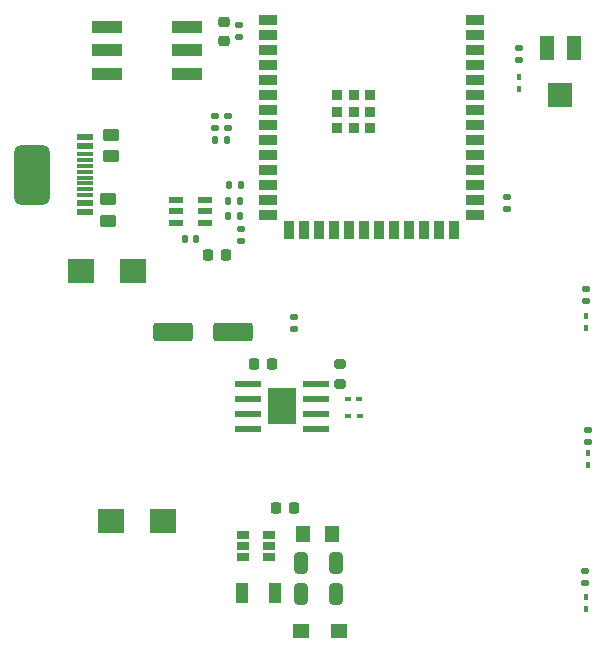
<source format=gbr>
%TF.GenerationSoftware,KiCad,Pcbnew,9.0.0*%
%TF.CreationDate,2025-03-01T12:45:02-04:00*%
%TF.ProjectId,PROYECT T,50524f59-4543-4542-9054-2e6b69636164,rev?*%
%TF.SameCoordinates,Original*%
%TF.FileFunction,Paste,Top*%
%TF.FilePolarity,Positive*%
%FSLAX46Y46*%
G04 Gerber Fmt 4.6, Leading zero omitted, Abs format (unit mm)*
G04 Created by KiCad (PCBNEW 9.0.0) date 2025-03-01 12:45:02*
%MOMM*%
%LPD*%
G01*
G04 APERTURE LIST*
G04 Aperture macros list*
%AMRoundRect*
0 Rectangle with rounded corners*
0 $1 Rounding radius*
0 $2 $3 $4 $5 $6 $7 $8 $9 X,Y pos of 4 corners*
0 Add a 4 corners polygon primitive as box body*
4,1,4,$2,$3,$4,$5,$6,$7,$8,$9,$2,$3,0*
0 Add four circle primitives for the rounded corners*
1,1,$1+$1,$2,$3*
1,1,$1+$1,$4,$5*
1,1,$1+$1,$6,$7*
1,1,$1+$1,$8,$9*
0 Add four rect primitives between the rounded corners*
20,1,$1+$1,$2,$3,$4,$5,0*
20,1,$1+$1,$4,$5,$6,$7,0*
20,1,$1+$1,$6,$7,$8,$9,0*
20,1,$1+$1,$8,$9,$2,$3,0*%
G04 Aperture macros list end*
%ADD10R,0.320000X0.510000*%
%ADD11RoundRect,0.225000X-0.225000X-0.250000X0.225000X-0.250000X0.225000X0.250000X-0.225000X0.250000X0*%
%ADD12RoundRect,0.140000X0.170000X-0.140000X0.170000X0.140000X-0.170000X0.140000X-0.170000X-0.140000X0*%
%ADD13R,0.510000X0.320000*%
%ADD14RoundRect,0.140000X-0.170000X0.140000X-0.170000X-0.140000X0.170000X-0.140000X0.170000X0.140000X0*%
%ADD15RoundRect,0.248780X-0.451220X0.261220X-0.451220X-0.261220X0.451220X-0.261220X0.451220X0.261220X0*%
%ADD16RoundRect,0.250000X1.412500X0.550000X-1.412500X0.550000X-1.412500X-0.550000X1.412500X-0.550000X0*%
%ADD17RoundRect,0.200000X0.275000X-0.200000X0.275000X0.200000X-0.275000X0.200000X-0.275000X-0.200000X0*%
%ADD18RoundRect,0.140000X0.140000X0.170000X-0.140000X0.170000X-0.140000X-0.170000X0.140000X-0.170000X0*%
%ADD19RoundRect,0.248780X0.451220X-0.261220X0.451220X0.261220X-0.451220X0.261220X-0.451220X-0.261220X0*%
%ADD20R,2.400000X3.100000*%
%ADD21R,2.200000X0.500000*%
%ADD22R,1.300000X2.000000*%
%ADD23R,2.000000X2.000000*%
%ADD24R,1.500000X0.900000*%
%ADD25R,0.900000X1.500000*%
%ADD26R,0.900000X0.900000*%
%ADD27R,2.200000X2.150000*%
%ADD28RoundRect,0.225000X0.250000X-0.225000X0.250000X0.225000X-0.250000X0.225000X-0.250000X-0.225000X0*%
%ADD29R,1.050000X1.820000*%
%ADD30R,1.000000X0.700000*%
%ADD31RoundRect,0.250000X0.325000X0.650000X-0.325000X0.650000X-0.325000X-0.650000X0.325000X-0.650000X0*%
%ADD32RoundRect,0.140000X-0.140000X-0.170000X0.140000X-0.170000X0.140000X0.170000X-0.140000X0.170000X0*%
%ADD33R,1.200000X0.600000*%
%ADD34R,2.550000X1.000000*%
%ADD35R,1.250000X1.450000*%
%ADD36R,1.375000X1.150000*%
%ADD37R,1.400000X0.300000*%
%ADD38R,1.400000X0.500000*%
%ADD39RoundRect,0.500000X-1.000000X2.000000X-1.000000X-2.000000X1.000000X-2.000000X1.000000X2.000000X0*%
G04 APERTURE END LIST*
D10*
%TO.C,D8*%
X243426000Y-113646000D03*
X243426000Y-114646000D03*
%TD*%
D11*
%TO.C,C10*%
X211436000Y-84666000D03*
X212996000Y-84666000D03*
%TD*%
D12*
%TO.C,R7*%
X236726000Y-80796000D03*
X236726000Y-79796000D03*
%TD*%
D13*
%TO.C,D5*%
X223286000Y-98306000D03*
X224286000Y-98306000D03*
%TD*%
D14*
%TO.C,C15*%
X214186000Y-82486000D03*
X214186000Y-83486000D03*
%TD*%
D10*
%TO.C,D9*%
X243416000Y-89886000D03*
X243416000Y-90886000D03*
%TD*%
D15*
%TO.C,R10*%
X202936000Y-79966000D03*
X202936000Y-81786000D03*
%TD*%
D16*
%TO.C,C5*%
X213508500Y-91231000D03*
X208433500Y-91231000D03*
%TD*%
D13*
%TO.C,D4*%
X223256000Y-96876000D03*
X224256000Y-96876000D03*
%TD*%
D17*
%TO.C,R2*%
X222621000Y-95571000D03*
X222621000Y-93931000D03*
%TD*%
D11*
%TO.C,C11*%
X217178000Y-106066000D03*
X218738000Y-106066000D03*
%TD*%
D18*
%TO.C,R6*%
X214166000Y-81376000D03*
X213166000Y-81376000D03*
%TD*%
D19*
%TO.C,R9*%
X203203500Y-76336000D03*
X203203500Y-74516000D03*
%TD*%
D18*
%TO.C,C16*%
X214186000Y-78716000D03*
X213186000Y-78716000D03*
%TD*%
D20*
%TO.C,U2*%
X217721000Y-97486000D03*
D21*
X220596000Y-99391000D03*
X220596000Y-98121000D03*
X220596000Y-96851000D03*
X220596000Y-95581000D03*
X214846000Y-95581000D03*
X214846000Y-96851000D03*
X214846000Y-98121000D03*
X214846000Y-99391000D03*
%TD*%
D22*
%TO.C,R11*%
X240096000Y-67136000D03*
D23*
X241246000Y-71136000D03*
D22*
X242396000Y-67136000D03*
%TD*%
D24*
%TO.C,IC2*%
X216526000Y-64826000D03*
X216526000Y-66096000D03*
X216526000Y-67366000D03*
X216526000Y-68636000D03*
X216526000Y-69906000D03*
X216526000Y-71176000D03*
X216526000Y-72446000D03*
X216526000Y-73716000D03*
X216526000Y-74986000D03*
X216526000Y-76256000D03*
X216526000Y-77526000D03*
X216526000Y-78796000D03*
X216526000Y-80066000D03*
X216526000Y-81336000D03*
D25*
X218291000Y-82586000D03*
X219561000Y-82586000D03*
X220831000Y-82586000D03*
X222101000Y-82586000D03*
X223371000Y-82586000D03*
X224641000Y-82586000D03*
X225911000Y-82586000D03*
X227181000Y-82586000D03*
X228451000Y-82586000D03*
X229721000Y-82586000D03*
X230991000Y-82586000D03*
X232261000Y-82586000D03*
D24*
X234026000Y-81336000D03*
X234026000Y-80066000D03*
X234026000Y-78796000D03*
X234026000Y-77526000D03*
X234026000Y-76256000D03*
X234026000Y-74986000D03*
X234026000Y-73716000D03*
X234026000Y-72446000D03*
X234026000Y-71176000D03*
X234026000Y-69906000D03*
X234026000Y-68636000D03*
X234026000Y-67366000D03*
X234026000Y-66096000D03*
X234026000Y-64826000D03*
D26*
X223776000Y-72546000D03*
X223776000Y-71146000D03*
X222376000Y-71146000D03*
X222376000Y-72546000D03*
X222376000Y-73946000D03*
X223776000Y-73946000D03*
X225176000Y-73946000D03*
X225176000Y-72546000D03*
X225176000Y-71146000D03*
%TD*%
D27*
%TO.C,D2*%
X205116000Y-86016000D03*
X200716000Y-86016000D03*
%TD*%
D28*
%TO.C,C1*%
X212806000Y-66536000D03*
X212806000Y-64976000D03*
%TD*%
D29*
%TO.C,C13*%
X217128000Y-113286000D03*
X214348000Y-113286000D03*
%TD*%
D12*
%TO.C,C2*%
X214076000Y-66226000D03*
X214076000Y-65226000D03*
%TD*%
%TO.C,R3*%
X243416000Y-88586000D03*
X243416000Y-87586000D03*
%TD*%
%TO.C,C4*%
X218686000Y-90924000D03*
X218686000Y-89924000D03*
%TD*%
D30*
%TO.C,IC3*%
X214418000Y-108366000D03*
X214418000Y-109316000D03*
X214418000Y-110266000D03*
X216616000Y-110266000D03*
X216616000Y-109316000D03*
X216616000Y-108366000D03*
%TD*%
D10*
%TO.C,D7*%
X243596000Y-101476000D03*
X243596000Y-102476000D03*
%TD*%
D11*
%TO.C,C6*%
X215331000Y-93921000D03*
X216891000Y-93921000D03*
%TD*%
D12*
%TO.C,C8*%
X237746000Y-68136000D03*
X237746000Y-67136000D03*
%TD*%
D31*
%TO.C,C12*%
X222278000Y-110796000D03*
X219318000Y-110796000D03*
%TD*%
D32*
%TO.C,C9*%
X209451500Y-83310500D03*
X210451500Y-83310500D03*
%TD*%
D33*
%TO.C,IC1*%
X208701500Y-80040500D03*
X208701500Y-80990500D03*
X208701500Y-81940500D03*
X211201500Y-81940500D03*
X211201500Y-80990500D03*
X211201500Y-80040500D03*
%TD*%
D12*
%TO.C,C7*%
X212036000Y-73916000D03*
X212036000Y-72916000D03*
%TD*%
D34*
%TO.C,Reset1*%
X209621000Y-69336000D03*
X209621000Y-67336000D03*
X209621000Y-65336000D03*
X202871000Y-69336000D03*
X202871000Y-67336000D03*
X202871000Y-65336000D03*
%TD*%
D10*
%TO.C,D6*%
X237746000Y-69636000D03*
X237746000Y-70636000D03*
%TD*%
D14*
%TO.C,R5*%
X243366000Y-111426000D03*
X243366000Y-112426000D03*
%TD*%
D12*
%TO.C,R4*%
X243626000Y-100476000D03*
X243626000Y-99476000D03*
%TD*%
%TO.C,R1*%
X213136000Y-73896000D03*
X213136000Y-72896000D03*
%TD*%
D31*
%TO.C,C14*%
X222278000Y-113406000D03*
X219318000Y-113406000D03*
%TD*%
D35*
%TO.C,L1*%
X219448000Y-108316000D03*
X221948000Y-108316000D03*
%TD*%
D36*
%TO.C,D3*%
X222483000Y-116486000D03*
X219333000Y-116486000D03*
%TD*%
D37*
%TO.C,J1*%
X201043500Y-76626000D03*
X201043500Y-77626000D03*
X201043500Y-78126000D03*
X201043500Y-79126000D03*
D38*
X201043500Y-80276000D03*
X201043500Y-81076000D03*
D37*
X201043500Y-79626000D03*
X201043500Y-78626000D03*
X201043500Y-77126000D03*
X201043500Y-76126000D03*
D38*
X201043500Y-75476000D03*
X201043500Y-74676000D03*
D39*
X196543500Y-77876000D03*
%TD*%
D18*
%TO.C,C3*%
X213026000Y-74986000D03*
X212026000Y-74986000D03*
%TD*%
%TO.C,R8*%
X214146000Y-80086000D03*
X213146000Y-80086000D03*
%TD*%
D27*
%TO.C,D1*%
X207616000Y-107196000D03*
X203216000Y-107196000D03*
%TD*%
M02*

</source>
